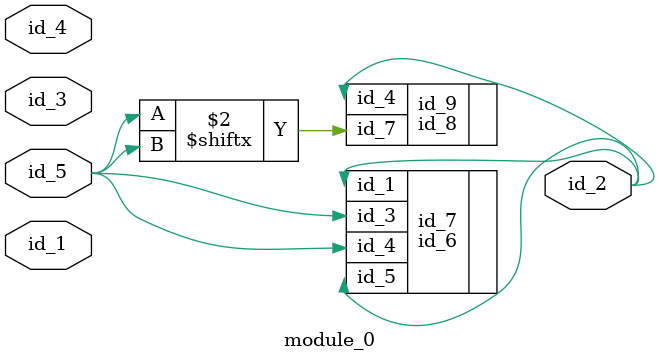
<source format=v>
module module_0 (
    id_1,
    id_2,
    id_3,
    id_4,
    id_5
);
  input id_5;
  input id_4;
  input id_3;
  output id_2;
  input id_1;
  id_6 id_7 (
      .id_5(id_2),
      .id_3(id_5),
      .id_4(id_5),
      .id_4(id_5),
      .id_1(id_2)
  );
  id_8 id_9 (
      .id_4(1),
      .id_7(id_5[id_5]),
      .id_4(id_2)
  );
endmodule
`define pp_1 0

</source>
